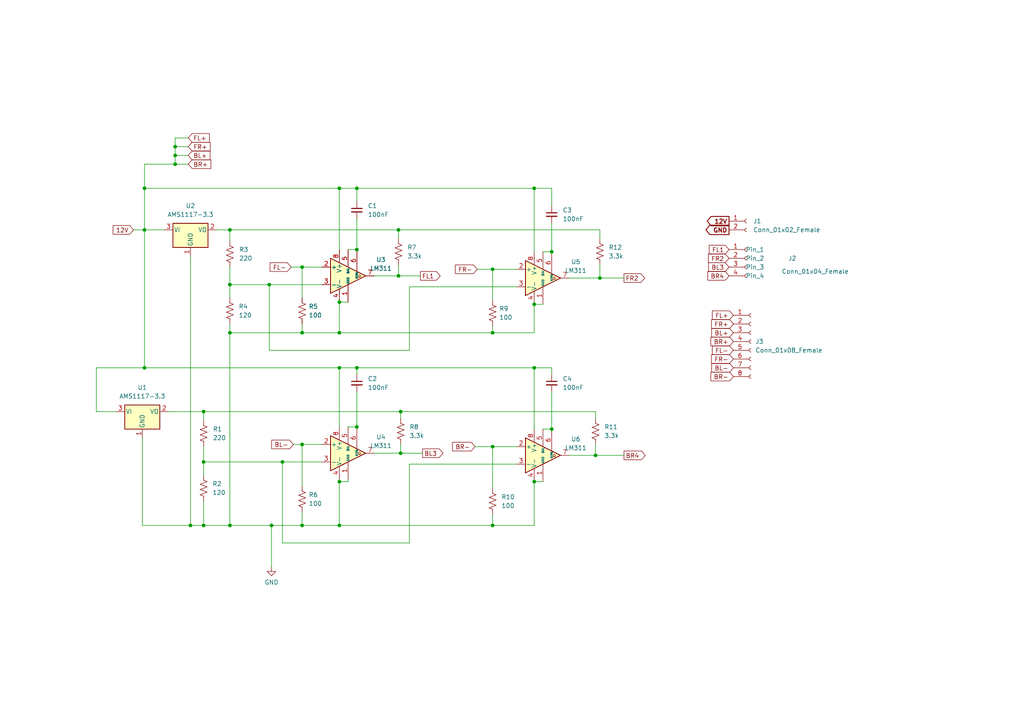
<source format=kicad_sch>
(kicad_sch (version 20211123) (generator eeschema)
  (paper "A4")
  (lib_symbols
    (symbol "Comparator:LM311" (pin_names (offset 0.127))
      (property "Reference" "U" (at 3.81 6.35 0))
      (property "Value" "LM311" (at 3.81 3.81 0))
      (symbol "LM311_0_1"
        (polyline (pts (xy 5.08 0) (xy -5.08 5.08) (xy -5.08 -5.08) (xy 5.08 0)) (stroke (width 0.254)) (fill (type background)))
        (polyline (pts (xy 3.683 -0.381) (xy 3.302 -0.381) (xy 3.683 0) (xy 3.302 0.381) (xy 2.921 0) (xy 3.302 -0.381) (xy 2.921 -0.381)) (stroke (width 0.127)))
      )
      (symbol "LM311_1_1"
        (pin passive line (at 0 -7.62 90) (length 5.08) (name "GND") (number "1"))
        (pin input line (at -7.62 2.54 0) (length 2.54) (name "+") (number "2"))
        (pin input line (at -7.62 -2.54 0) (length 2.54) (name "-") (number "3"))
        (pin power_in line (at -2.54 -7.62 90) (length 3.81) (name "V-") (number "4"))
        (pin input line (at 0 7.62 270) (length 5.08) (name "BAL") (number "5"))
        (pin input line (at 2.54 7.62 270) (length 6.35) (name "STRB") (number "6"))
        (pin open_collector line (at 7.62 0 180) (length 2.54) (name "~") (number "7"))
        (pin power_in line (at -2.54 7.62 270) (length 3.81) (name "V+") (number "8"))
      )
    )
    (symbol "Connector:Conn_01x02_Female" (pin_names (offset 1.016) hide)
      (property "Reference" "J" (at 0 2.54 0))
      (property "Value" "Conn_01x02_Female" (at 0 -5.08 0))
      (symbol "Conn_01x02_Female_1_1"
        (arc (start 0 -2.032) (mid -0.508 -2.54) (end 0 -3.048) (stroke (width 0.1524)))
        (polyline (pts (xy -1.27 -2.54) (xy -0.508 -2.54)) (stroke (width 0.1524)))
        (polyline (pts (xy -1.27 0) (xy -0.508 0)) (stroke (width 0.1524)))
        (arc (start 0 0.508) (mid -0.508 0) (end 0 -0.508) (stroke (width 0.1524)))
        (pin passive line (at -5.08 0 0) (length 3.81) (name "Pin_1") (number "1"))
        (pin passive line (at -5.08 -2.54 0) (length 3.81) (name "Pin_2") (number "2"))
      )
    )
    (symbol "Connector:Conn_01x04_Female" (pin_names (offset 1.016))
      (property "Reference" "J" (at 0 5.08 0))
      (property "Value" "Conn_01x04_Female" (at 0 -7.62 0))
      (symbol "Conn_01x04_Female_1_1"
        (arc (start 0 -4.572) (mid -0.508 -5.08) (end 0 -5.588) (stroke (width 0.1524)))
        (arc (start 0 -2.032) (mid -0.508 -2.54) (end 0 -3.048) (stroke (width 0.1524)))
        (polyline (pts (xy -1.27 -5.08) (xy -0.508 -5.08)) (stroke (width 0.1524)))
        (polyline (pts (xy -1.27 -2.54) (xy -0.508 -2.54)) (stroke (width 0.1524)))
        (polyline (pts (xy -1.27 0) (xy -0.508 0)) (stroke (width 0.1524)))
        (polyline (pts (xy -1.27 2.54) (xy -0.508 2.54)) (stroke (width 0.1524)))
        (arc (start 0 0.508) (mid -0.508 0) (end 0 -0.508) (stroke (width 0.1524)))
        (arc (start 0 3.048) (mid -0.508 2.54) (end 0 2.032) (stroke (width 0.1524)))
        (pin passive line (at -5.08 2.54 0) (length 3.81) (name "Pin_1") (number "1"))
        (pin passive line (at -5.08 0 0) (length 3.81) (name "Pin_2") (number "2"))
        (pin passive line (at -5.08 -2.54 0) (length 3.81) (name "Pin_3") (number "3"))
        (pin passive line (at -5.08 -5.08 0) (length 3.81) (name "Pin_4") (number "4"))
      )
    )
    (symbol "Connector:Conn_01x08_Female" (pin_names (offset 1.016) hide)
      (property "Reference" "J" (at 0 10.16 0))
      (property "Value" "Conn_01x08_Female" (at 0 -12.7 0))
      (symbol "Conn_01x08_Female_1_1"
        (arc (start 0 -9.652) (mid -0.508 -10.16) (end 0 -10.668) (stroke (width 0.1524)))
        (arc (start 0 -7.112) (mid -0.508 -7.62) (end 0 -8.128) (stroke (width 0.1524)))
        (arc (start 0 -4.572) (mid -0.508 -5.08) (end 0 -5.588) (stroke (width 0.1524)))
        (arc (start 0 -2.032) (mid -0.508 -2.54) (end 0 -3.048) (stroke (width 0.1524)))
        (polyline (pts (xy -1.27 -10.16) (xy -0.508 -10.16)) (stroke (width 0.1524)))
        (polyline (pts (xy -1.27 -7.62) (xy -0.508 -7.62)) (stroke (width 0.1524)))
        (polyline (pts (xy -1.27 -5.08) (xy -0.508 -5.08)) (stroke (width 0.1524)))
        (polyline (pts (xy -1.27 -2.54) (xy -0.508 -2.54)) (stroke (width 0.1524)))
        (polyline (pts (xy -1.27 0) (xy -0.508 0)) (stroke (width 0.1524)))
        (polyline (pts (xy -1.27 2.54) (xy -0.508 2.54)) (stroke (width 0.1524)))
        (polyline (pts (xy -1.27 5.08) (xy -0.508 5.08)) (stroke (width 0.1524)))
        (polyline (pts (xy -1.27 7.62) (xy -0.508 7.62)) (stroke (width 0.1524)))
        (arc (start 0 0.508) (mid -0.508 0) (end 0 -0.508) (stroke (width 0.1524)))
        (arc (start 0 3.048) (mid -0.508 2.54) (end 0 2.032) (stroke (width 0.1524)))
        (arc (start 0 5.588) (mid -0.508 5.08) (end 0 4.572) (stroke (width 0.1524)))
        (arc (start 0 8.128) (mid -0.508 7.62) (end 0 7.112) (stroke (width 0.1524)))
        (pin passive line (at -5.08 7.62 0) (length 3.81) (name "Pin_1") (number "1"))
        (pin passive line (at -5.08 5.08 0) (length 3.81) (name "Pin_2") (number "2"))
        (pin passive line (at -5.08 2.54 0) (length 3.81) (name "Pin_3") (number "3"))
        (pin passive line (at -5.08 0 0) (length 3.81) (name "Pin_4") (number "4"))
        (pin passive line (at -5.08 -2.54 0) (length 3.81) (name "Pin_5") (number "5"))
        (pin passive line (at -5.08 -5.08 0) (length 3.81) (name "Pin_6") (number "6"))
        (pin passive line (at -5.08 -7.62 0) (length 3.81) (name "Pin_7") (number "7"))
        (pin passive line (at -5.08 -10.16 0) (length 3.81) (name "Pin_8") (number "8"))
      )
    )
    (symbol "Device:C_Small" (pin_numbers hide) (pin_names (offset 0.254) hide)
      (property "Reference" "C" (at 0.254 1.778 0))
      (property "Value" "C_Small" (at 0.254 -2.032 0))
      (symbol "C_Small_0_1"
        (polyline (pts (xy -1.524 -0.508) (xy 1.524 -0.508)) (stroke (width 0.3302)))
        (polyline (pts (xy -1.524 0.508) (xy 1.524 0.508)) (stroke (width 0.3048)))
      )
      (symbol "C_Small_1_1"
        (pin passive line (at 0 2.54 270) (length 2.032) (name "~") (number "1"))
        (pin passive line (at 0 -2.54 90) (length 2.032) (name "~") (number "2"))
      )
    )
    (symbol "Device:R_US" (pin_numbers hide) (pin_names (offset 0))
      (property "Reference" "R" (at 2.54 0 90))
      (property "Value" "R_US" (at -2.54 0 90))
      (symbol "R_US_0_1"
        (polyline (pts (xy 0 -2.286) (xy 0 -2.54)))
        (polyline (pts (xy 0 2.286) (xy 0 2.54)))
        (polyline (pts (xy 0 -0.762) (xy 1.016 -1.143) (xy 0 -1.524) (xy -1.016 -1.905) (xy 0 -2.286)))
        (polyline (pts (xy 0 0.762) (xy 1.016 0.381) (xy 0 0) (xy -1.016 -0.381) (xy 0 -0.762)))
        (polyline (pts (xy 0 2.286) (xy 1.016 1.905) (xy 0 1.524) (xy -1.016 1.143) (xy 0 0.762)))
      )
      (symbol "R_US_1_1"
        (pin passive line (at 0 3.81 270) (length 1.27) (name "~") (number "1"))
        (pin passive line (at 0 -3.81 90) (length 1.27) (name "~") (number "2"))
      )
    )
    (symbol "Regulator_Linear:AMS1117-3.3" (pin_names (offset 0.254))
      (property "Reference" "U" (at -3.81 3.175 0))
      (property "Value" "AMS1117-3.3" (at 0 3.175 0))
      (symbol "AMS1117-3.3_0_1"
        (rectangle (start -5.08 -5.08) (end 5.08 1.905) (stroke (width 0.254)) (fill (type background)))
      )
      (symbol "AMS1117-3.3_1_1"
        (pin power_in line (at 0 -7.62 90) (length 2.54) (name "GND") (number "1"))
        (pin power_out line (at 7.62 0 180) (length 2.54) (name "VO") (number "2"))
        (pin power_in line (at -7.62 0 0) (length 2.54) (name "VI") (number "3"))
      )
    )
    (symbol "power:GND" (power) (pin_names (offset 0))
      (property "Value" "GND" (at 0 -3.81 0))
      (symbol "GND_0_1"
        (polyline (pts (xy 0 0) (xy 0 -1.27) (xy 1.27 -1.27) (xy 0 -2.54) (xy -1.27 -1.27) (xy 0 -1.27)))
      )
      (symbol "GND_1_1"
        (pin power_in line (at 0 0 270) (length 0) hide (name "GND") (number "1"))
      )
    )
  )
  (junction (at 50.8 42.545))
  (junction (at 173.99 80.645))
  (junction (at 103.505 72.39))
  (junction (at 59.055 133.985))
  (junction (at 41.91 54.61))
  (junction (at 103.505 106.68))
  (junction (at 142.875 78.105))
  (junction (at 66.675 96.52))
  (junction (at 66.675 152.4))
  (junction (at 87.63 152.4))
  (junction (at 142.875 129.54))
  (junction (at 87.63 96.52))
  (junction (at 87.63 77.47))
  (junction (at 41.91 66.675))
  (junction (at 66.675 66.675))
  (junction (at 78.74 152.4))
  (junction (at 154.94 54.61))
  (junction (at 66.675 82.55))
  (junction (at 142.875 152.4))
  (junction (at 142.875 96.52))
  (junction (at 115.57 66.675))
  (junction (at 59.055 119.38))
  (junction (at 98.425 139.7))
  (junction (at 41.91 106.68))
  (junction (at 98.425 152.4))
  (junction (at 59.055 152.4))
  (junction (at 116.205 119.38))
  (junction (at 50.8 45.085))
  (junction (at 81.915 133.985))
  (junction (at 103.505 54.61))
  (junction (at 98.425 54.61))
  (junction (at 160.02 73.025))
  (junction (at 115.57 80.01))
  (junction (at 154.94 106.68))
  (junction (at 98.425 106.68))
  (junction (at 154.94 88.265))
  (junction (at 78.105 82.55))
  (junction (at 103.505 123.825))
  (junction (at 98.425 87.63))
  (junction (at 98.425 96.52))
  (junction (at 154.94 139.7))
  (junction (at 172.72 132.08))
  (junction (at 160.02 124.46))
  (junction (at 87.63 128.905))
  (junction (at 50.8 47.625))
  (junction (at 116.205 131.445))
  (junction (at 55.245 152.4))
  (wire (pts (xy 84.455 77.47) (xy 87.63 77.47)))
  (wire (pts (xy 118.745 101.6) (xy 78.105 101.6)))
  (wire (pts (xy 149.86 134.62) (xy 118.745 134.62)))
  (wire (pts (xy 154.94 73.025) (xy 154.94 54.61)))
  (wire (pts (xy 33.655 119.38) (xy 27.94 119.38)))
  (wire (pts (xy 87.63 96.52) (xy 66.675 96.52)))
  (wire (pts (xy 41.91 54.61) (xy 98.425 54.61)))
  (wire (pts (xy 115.57 76.835) (xy 115.57 80.01)))
  (wire (pts (xy 98.425 106.68) (xy 103.505 106.68)))
  (wire (pts (xy 103.505 63.5) (xy 103.505 72.39)))
  (wire (pts (xy 81.915 133.985) (xy 93.345 133.985)))
  (wire (pts (xy 160.02 113.665) (xy 160.02 124.46)))
  (wire (pts (xy 87.63 77.47) (xy 87.63 86.36)))
  (wire (pts (xy 66.675 93.98) (xy 66.675 96.52)))
  (wire (pts (xy 59.055 129.54) (xy 59.055 133.985)))
  (wire (pts (xy 66.675 152.4) (xy 78.74 152.4)))
  (wire (pts (xy 98.425 106.68) (xy 41.91 106.68)))
  (wire (pts (xy 98.425 123.825) (xy 98.425 106.68)))
  (wire (pts (xy 103.505 108.585) (xy 103.505 106.68)))
  (wire (pts (xy 85.09 128.905) (xy 87.63 128.905)))
  (wire (pts (xy 54.61 40.005) (xy 50.8 40.005)))
  (wire (pts (xy 160.02 64.77) (xy 160.02 73.025)))
  (wire (pts (xy 38.735 66.675) (xy 41.91 66.675)))
  (wire (pts (xy 78.74 164.465) (xy 78.74 152.4)))
  (wire (pts (xy 87.63 152.4) (xy 98.425 152.4)))
  (wire (pts (xy 55.245 74.295) (xy 55.245 152.4)))
  (wire (pts (xy 154.94 152.4) (xy 154.94 139.7)))
  (wire (pts (xy 100.965 139.7) (xy 98.425 139.7)))
  (wire (pts (xy 78.74 152.4) (xy 87.63 152.4)))
  (wire (pts (xy 66.675 152.4) (xy 59.055 152.4)))
  (wire (pts (xy 142.875 96.52) (xy 154.94 96.52)))
  (wire (pts (xy 121.92 80.01) (xy 115.57 80.01)))
  (wire (pts (xy 62.865 66.675) (xy 66.675 66.675)))
  (wire (pts (xy 59.055 152.4) (xy 55.245 152.4)))
  (wire (pts (xy 59.055 119.38) (xy 59.055 121.92)))
  (wire (pts (xy 98.425 87.63) (xy 98.425 96.52)))
  (wire (pts (xy 78.105 82.55) (xy 93.345 82.55)))
  (wire (pts (xy 115.57 66.675) (xy 115.57 69.215)))
  (wire (pts (xy 81.915 133.985) (xy 81.915 157.48)))
  (wire (pts (xy 27.94 119.38) (xy 27.94 106.68)))
  (wire (pts (xy 116.205 131.445) (xy 122.555 131.445)))
  (wire (pts (xy 172.72 132.08) (xy 180.975 132.08)))
  (wire (pts (xy 98.425 96.52) (xy 142.875 96.52)))
  (wire (pts (xy 137.795 129.54) (xy 142.875 129.54)))
  (wire (pts (xy 180.975 80.645) (xy 173.99 80.645)))
  (wire (pts (xy 87.63 128.905) (xy 87.63 140.97)))
  (wire (pts (xy 154.94 106.68) (xy 154.94 124.46)))
  (wire (pts (xy 50.8 45.085) (xy 54.61 45.085)))
  (wire (pts (xy 87.63 93.98) (xy 87.63 96.52)))
  (wire (pts (xy 98.425 139.7) (xy 98.425 139.065)))
  (wire (pts (xy 50.8 45.085) (xy 50.8 47.625)))
  (wire (pts (xy 59.055 133.985) (xy 59.055 137.795)))
  (wire (pts (xy 66.675 77.47) (xy 66.675 82.55)))
  (wire (pts (xy 41.275 152.4) (xy 55.245 152.4)))
  (wire (pts (xy 98.425 72.39) (xy 98.425 54.61)))
  (wire (pts (xy 50.8 42.545) (xy 50.8 45.085)))
  (wire (pts (xy 59.055 119.38) (xy 116.205 119.38)))
  (wire (pts (xy 98.425 139.7) (xy 98.425 152.4)))
  (wire (pts (xy 50.8 47.625) (xy 54.61 47.625)))
  (wire (pts (xy 154.94 88.265) (xy 157.48 88.265)))
  (wire (pts (xy 98.425 87.63) (xy 100.965 87.63)))
  (wire (pts (xy 100.965 139.065) (xy 100.965 139.7)))
  (wire (pts (xy 116.205 119.38) (xy 116.205 121.285)))
  (wire (pts (xy 41.91 106.68) (xy 41.91 66.675)))
  (wire (pts (xy 41.91 54.61) (xy 41.91 66.675)))
  (wire (pts (xy 41.91 66.675) (xy 47.625 66.675)))
  (wire (pts (xy 87.63 96.52) (xy 98.425 96.52)))
  (wire (pts (xy 142.875 149.225) (xy 142.875 152.4)))
  (wire (pts (xy 87.63 148.59) (xy 87.63 152.4)))
  (wire (pts (xy 50.8 40.005) (xy 50.8 42.545)))
  (wire (pts (xy 142.875 129.54) (xy 149.86 129.54)))
  (wire (pts (xy 27.94 106.68) (xy 41.91 106.68)))
  (wire (pts (xy 66.675 66.675) (xy 115.57 66.675)))
  (wire (pts (xy 66.675 66.675) (xy 66.675 69.85)))
  (wire (pts (xy 172.72 121.285) (xy 172.72 119.38)))
  (wire (pts (xy 100.965 123.825) (xy 103.505 123.825)))
  (wire (pts (xy 160.02 106.68) (xy 160.02 108.585)))
  (wire (pts (xy 103.505 113.665) (xy 103.505 123.825)))
  (wire (pts (xy 142.875 129.54) (xy 142.875 141.605)))
  (wire (pts (xy 66.675 82.55) (xy 66.675 86.36)))
  (wire (pts (xy 66.675 96.52) (xy 66.675 152.4)))
  (wire (pts (xy 165.1 80.645) (xy 173.99 80.645)))
  (wire (pts (xy 154.94 54.61) (xy 160.02 54.61)))
  (wire (pts (xy 154.94 106.68) (xy 103.505 106.68)))
  (wire (pts (xy 173.99 76.835) (xy 173.99 80.645)))
  (wire (pts (xy 103.505 54.61) (xy 98.425 54.61)))
  (wire (pts (xy 103.505 58.42) (xy 103.505 54.61)))
  (wire (pts (xy 87.63 128.905) (xy 93.345 128.905)))
  (wire (pts (xy 103.505 54.61) (xy 154.94 54.61)))
  (wire (pts (xy 160.02 106.68) (xy 154.94 106.68)))
  (wire (pts (xy 118.745 83.185) (xy 118.745 101.6)))
  (wire (pts (xy 154.94 96.52) (xy 154.94 88.265)))
  (wire (pts (xy 87.63 77.47) (xy 93.345 77.47)))
  (wire (pts (xy 138.43 78.105) (xy 142.875 78.105)))
  (wire (pts (xy 118.745 157.48) (xy 81.915 157.48)))
  (wire (pts (xy 98.425 152.4) (xy 142.875 152.4)))
  (wire (pts (xy 142.875 152.4) (xy 154.94 152.4)))
  (wire (pts (xy 173.99 66.675) (xy 115.57 66.675)))
  (wire (pts (xy 172.72 119.38) (xy 116.205 119.38)))
  (wire (pts (xy 172.72 132.08) (xy 165.1 132.08)))
  (wire (pts (xy 154.94 139.7) (xy 157.48 139.7)))
  (wire (pts (xy 100.965 72.39) (xy 103.505 72.39)))
  (wire (pts (xy 142.875 78.105) (xy 142.875 86.995)))
  (wire (pts (xy 48.895 119.38) (xy 59.055 119.38)))
  (wire (pts (xy 59.055 145.415) (xy 59.055 152.4)))
  (wire (pts (xy 118.745 83.185) (xy 149.86 83.185)))
  (wire (pts (xy 116.205 128.905) (xy 116.205 131.445)))
  (wire (pts (xy 160.02 54.61) (xy 160.02 59.69)))
  (wire (pts (xy 66.675 82.55) (xy 78.105 82.55)))
  (wire (pts (xy 78.105 101.6) (xy 78.105 82.55)))
  (wire (pts (xy 142.875 78.105) (xy 149.86 78.105)))
  (wire (pts (xy 41.275 127) (xy 41.275 152.4)))
  (wire (pts (xy 59.055 133.985) (xy 81.915 133.985)))
  (wire (pts (xy 50.8 42.545) (xy 54.61 42.545)))
  (wire (pts (xy 118.745 134.62) (xy 118.745 157.48)))
  (wire (pts (xy 108.585 131.445) (xy 116.205 131.445)))
  (wire (pts (xy 173.99 69.215) (xy 173.99 66.675)))
  (wire (pts (xy 160.02 73.025) (xy 157.48 73.025)))
  (wire (pts (xy 157.48 124.46) (xy 160.02 124.46)))
  (wire (pts (xy 41.91 47.625) (xy 41.91 54.61)))
  (wire (pts (xy 172.72 128.905) (xy 172.72 132.08)))
  (wire (pts (xy 142.875 94.615) (xy 142.875 96.52)))
  (wire (pts (xy 50.8 47.625) (xy 41.91 47.625)))
  (wire (pts (xy 108.585 80.01) (xy 115.57 80.01)))
  (global_label "BR-" (shape input) (at 212.725 109.22 180) (property "Intersheet References" "${INTERSHEET_REFS}" (effects hide)))
  (global_label "FL+" (shape input) (at 54.61 40.005 0) (property "Intersheet References" "${INTERSHEET_REFS}" (effects hide)))
  (global_label "FR-" (shape input) (at 212.725 104.14 180) (property "Intersheet References" "${INTERSHEET_REFS}" (effects hide)))
  (global_label "BR-" (shape input) (at 137.795 129.54 180) (property "Intersheet References" "${INTERSHEET_REFS}" (effects hide)))
  (global_label "BL+" (shape input) (at 212.725 96.52 180) (property "Intersheet References" "${INTERSHEET_REFS}" (effects hide)))
  (global_label "BL3" (shape output) (at 122.555 131.445 0) (property "Intersheet References" "${INTERSHEET_REFS}" (effects hide)))
  (global_label "GND" (shape output) (at 211.455 66.675 180) (effects (font (thickness 0.254) bold)) (property "Intersheet References" "${INTERSHEET_REFS}" (effects hide)))
  (global_label "12V" (shape output) (at 211.455 64.135 180) (effects (font (thickness 0.254) bold)) (property "Intersheet References" "${INTERSHEET_REFS}" (effects hide)))
  (global_label "FR+" (shape input) (at 54.61 42.545 0) (property "Intersheet References" "${INTERSHEET_REFS}" (effects hide)))
  (global_label "BL-" (shape input) (at 85.09 128.905 180) (property "Intersheet References" "${INTERSHEET_REFS}" (effects hide)))
  (global_label "12V" (shape input) (at 38.735 66.675 180) (property "Intersheet References" "${INTERSHEET_REFS}" (effects hide)))
  (global_label "FL1" (shape input) (at 211.455 72.39 180) (property "Intersheet References" "${INTERSHEET_REFS}" (effects hide)))
  (global_label "FR2" (shape output) (at 180.975 80.645 0) (property "Intersheet References" "${INTERSHEET_REFS}" (effects hide)))
  (global_label "BL+" (shape input) (at 54.61 45.085 0) (property "Intersheet References" "${INTERSHEET_REFS}" (effects hide)))
  (global_label "BR+" (shape input) (at 212.725 99.06 180) (property "Intersheet References" "${INTERSHEET_REFS}" (effects hide)))
  (global_label "FL+" (shape input) (at 212.725 91.44 180) (property "Intersheet References" "${INTERSHEET_REFS}" (effects hide)))
  (global_label "BL3" (shape input) (at 211.455 77.47 180) (property "Intersheet References" "${INTERSHEET_REFS}" (effects hide)))
  (global_label "FR+" (shape input) (at 212.725 93.98 180) (property "Intersheet References" "${INTERSHEET_REFS}" (effects hide)))
  (global_label "FR2" (shape input) (at 211.455 74.93 180) (property "Intersheet References" "${INTERSHEET_REFS}" (effects hide)))
  (global_label "FL-" (shape input) (at 84.455 77.47 180) (property "Intersheet References" "${INTERSHEET_REFS}" (effects hide)))
  (global_label "FL-" (shape input) (at 212.725 101.6 180) (property "Intersheet References" "${INTERSHEET_REFS}" (effects hide)))
  (global_label "BR+" (shape input) (at 54.61 47.625 0) (property "Intersheet References" "${INTERSHEET_REFS}" (effects hide)))
  (global_label "BR4" (shape output) (at 180.975 132.08 0) (property "Intersheet References" "${INTERSHEET_REFS}" (effects hide)))
  (global_label "FL1" (shape output) (at 121.92 80.01 0) (property "Intersheet References" "${INTERSHEET_REFS}" (effects hide)))
  (global_label "BL-" (shape input) (at 212.725 106.68 180) (property "Intersheet References" "${INTERSHEET_REFS}" (effects hide)))
  (global_label "BR4" (shape input) (at 211.455 80.01 180) (property "Intersheet References" "${INTERSHEET_REFS}" (effects hide)))
  (global_label "FR-" (shape input) (at 138.43 78.105 180) (property "Intersheet References" "${INTERSHEET_REFS}" (effects hide)))
  (symbol (lib_id "power:GND") (at 78.74 164.465 0) (unit 1)
    (property "Reference" "#PWR01" (effects hide))
    (property "Value" "GND" (at 78.74 168.91 0))
  )
  (symbol (lib_id "Connector:Conn_01x08_Female") (at 217.805 99.06 0) (unit 1)
    (property "Reference" "J3" (at 219.075 99.0599 0) (effects (justify left)))
    (property "Value" "Conn_01x08_Female" (at 219.075 101.5999 0) (effects (justify left)))
    (property "Footprint" "Connector_PinHeader_2.54mm:PinHeader_1x08_P2.54mm_Vertical" (effects hide))
  )
  (symbol (lib_id "Device:R_US") (at 87.63 144.78 180) (unit 1)
    (property "Reference" "R6" (at 89.535 143.5099 0) (effects (justify right)))
    (property "Value" "100" (at 89.535 146.05 0) (effects (justify right)))
    (property "Footprint" "Resistor_THT:R_Axial_DIN0207_L6.3mm_D2.5mm_P10.16mm_Horizontal" (effects hide))
  )
  (symbol (lib_id "Device:R_US") (at 172.72 125.095 180) (unit 1)
    (property "Reference" "R11" (at 175.26 123.8249 0) (effects (justify right)))
    (property "Value" "3.3k" (at 175.26 126.3649 0) (effects (justify right)))
    (property "Footprint" "Resistor_THT:R_Axial_DIN0207_L6.3mm_D2.5mm_P10.16mm_Horizontal" (effects hide))
  )
  (symbol (lib_id "Device:C_Small") (at 160.02 62.23 0) (unit 1)
    (property "Reference" "C3" (at 163.195 60.9662 0) (effects (justify left)))
    (property "Value" "100nF" (at 163.195 63.5062 0) (effects (justify left)))
    (property "Footprint" "Capacitor_THT:C_Disc_D5.0mm_W2.5mm_P2.50mm" (effects hide))
  )
  (symbol (lib_id "Comparator:LM311") (at 100.965 131.445 0) (unit 1)
    (property "Reference" "U4" (at 110.49 126.746 0))
    (property "Value" "LM311" (at 110.49 129.286 0))
    (property "Footprint" "footprint:LM311P" (effects hide))
    (property "Datasheet" "https://www.st.com/resource/en/datasheet/lm311.pdf" (effects hide))
  )
  (symbol (lib_id "Device:C_Small") (at 103.505 60.96 0) (unit 1)
    (property "Reference" "C1" (at 106.68 59.6962 0) (effects (justify left)))
    (property "Value" "100nF" (at 106.68 62.2362 0) (effects (justify left)))
    (property "Footprint" "Capacitor_THT:C_Disc_D5.0mm_W2.5mm_P2.50mm" (effects hide))
  )
  (symbol (lib_id "Device:R_US") (at 142.875 90.805 180) (unit 1)
    (property "Reference" "R9" (at 144.78 89.5349 0) (effects (justify right)))
    (property "Value" "100" (at 144.78 92.075 0) (effects (justify right)))
    (property "Footprint" "Resistor_THT:R_Axial_DIN0207_L6.3mm_D2.5mm_P10.16mm_Horizontal" (effects hide))
  )
  (symbol (lib_id "Device:R_US") (at 66.675 90.17 180) (unit 1)
    (property "Reference" "R4" (at 69.215 88.8999 0) (effects (justify right)))
    (property "Value" "120" (at 69.215 91.4399 0) (effects (justify right)))
    (property "Footprint" "Resistor_THT:R_Axial_DIN0207_L6.3mm_D2.5mm_P10.16mm_Horizontal" (effects hide))
  )
  (symbol (lib_id "Comparator:LM311") (at 157.48 80.645 0) (unit 1)
    (property "Reference" "U5" (at 167.005 75.946 0))
    (property "Value" "LM311" (at 167.005 78.486 0))
    (property "Footprint" "footprint:LM311P" (effects hide))
    (property "Datasheet" "https://www.st.com/resource/en/datasheet/lm311.pdf" (effects hide))
  )
  (symbol (lib_id "Device:R_US") (at 87.63 90.17 180) (unit 1)
    (property "Reference" "R5" (at 89.535 88.8999 0) (effects (justify right)))
    (property "Value" "100" (at 89.535 91.44 0) (effects (justify right)))
    (property "Footprint" "Resistor_THT:R_Axial_DIN0207_L6.3mm_D2.5mm_P10.16mm_Horizontal" (effects hide))
  )
  (symbol (lib_id "Regulator_Linear:AMS1117-3.3") (at 41.275 119.38 0) (unit 1)
    (property "Reference" "U1" (at 41.275 112.395 0))
    (property "Value" "AMS1117-3.3" (at 41.275 114.935 0))
    (property "Footprint" "footprint:AMS1117-5.0" (effects hide))
    (property "Datasheet" "http://www.advanced-monolithic.com/pdf/ds1117.pdf" (effects hide))
  )
  (symbol (lib_id "Device:R_US") (at 59.055 141.605 180) (unit 1)
    (property "Reference" "R2" (at 61.595 140.3349 0) (effects (justify right)))
    (property "Value" "120" (at 61.595 142.8749 0) (effects (justify right)))
    (property "Footprint" "Resistor_THT:R_Axial_DIN0207_L6.3mm_D2.5mm_P10.16mm_Horizontal" (effects hide))
  )
  (symbol (lib_id "Comparator:LM311") (at 100.965 80.01 0) (unit 1)
    (property "Reference" "U3" (at 110.49 75.311 0))
    (property "Value" "LM311" (at 110.49 77.851 0))
    (property "Footprint" "footprint:LM311P" (effects hide))
    (property "Datasheet" "https://www.st.com/resource/en/datasheet/lm311.pdf" (effects hide))
  )
  (symbol (lib_id "Device:R_US") (at 115.57 73.025 180) (unit 1)
    (property "Reference" "R7" (at 118.11 71.7549 0) (effects (justify right)))
    (property "Value" "3.3k" (at 118.11 74.2949 0) (effects (justify right)))
    (property "Footprint" "Resistor_THT:R_Axial_DIN0207_L6.3mm_D2.5mm_P10.16mm_Horizontal" (effects hide))
  )
  (symbol (lib_id "Comparator:LM311") (at 157.48 132.08 0) (unit 1)
    (property "Reference" "U6" (at 167.005 127.381 0))
    (property "Value" "LM311" (at 167.005 129.921 0))
    (property "Footprint" "footprint:LM311P" (effects hide))
    (property "Datasheet" "https://www.st.com/resource/en/datasheet/lm311.pdf" (effects hide))
  )
  (symbol (lib_id "Device:C_Small") (at 103.505 111.125 0) (unit 1)
    (property "Reference" "C2" (at 106.68 109.8612 0) (effects (justify left)))
    (property "Value" "100nF" (at 106.68 112.4012 0) (effects (justify left)))
    (property "Footprint" "Capacitor_THT:C_Disc_D5.0mm_W2.5mm_P2.50mm" (effects hide))
  )
  (symbol (lib_id "Connector:Conn_01x02_Female") (at 216.535 64.135 0) (unit 1)
    (property "Reference" "J1" (at 218.44 64.1349 0) (effects (justify left)))
    (property "Value" "Conn_01x02_Female" (at 218.44 66.6749 0) (effects (justify left)))
    (property "Footprint" "Connector_PinHeader_2.54mm:PinHeader_1x02_P2.54mm_Vertical" (effects hide))
  )
  (symbol (lib_id "Device:C_Small") (at 160.02 111.125 0) (unit 1)
    (property "Reference" "C4" (at 163.195 109.8612 0) (effects (justify left)))
    (property "Value" "100nF" (at 163.195 112.4012 0) (effects (justify left)))
    (property "Footprint" "Capacitor_THT:C_Disc_D5.0mm_W2.5mm_P2.50mm" (effects hide))
  )
  (symbol (lib_id "Connector:Conn_01x04_Female") (at 216.535 74.93 0) (unit 1)
    (property "Reference" "J2" (at 228.6 74.93 0) (effects (justify left)))
    (property "Value" "Conn_01x04_Female" (at 226.695 78.74 0) (effects (justify left)))
    (property "Footprint" "Connector_PinHeader_2.54mm:PinHeader_1x04_P2.54mm_Vertical" (effects hide))
  )
  (symbol (lib_id "Device:R_US") (at 173.99 73.025 180) (unit 1)
    (property "Reference" "R12" (at 176.53 71.7549 0) (effects (justify right)))
    (property "Value" "3.3k" (at 176.53 74.2949 0) (effects (justify right)))
    (property "Footprint" "Resistor_THT:R_Axial_DIN0207_L6.3mm_D2.5mm_P10.16mm_Horizontal" (effects hide))
  )
  (symbol (lib_id "Regulator_Linear:AMS1117-3.3") (at 55.245 66.675 0) (unit 1)
    (property "Reference" "U2" (at 55.245 59.69 0))
    (property "Value" "AMS1117-3.3" (at 55.245 62.23 0))
    (property "Footprint" "footprint:AMS1117-5.0" (effects hide))
    (property "Datasheet" "http://www.advanced-monolithic.com/pdf/ds1117.pdf" (effects hide))
  )
  (symbol (lib_id "Device:R_US") (at 116.205 125.095 180) (unit 1)
    (property "Reference" "R8" (at 118.745 123.8249 0) (effects (justify right)))
    (property "Value" "3.3k" (at 118.745 126.3649 0) (effects (justify right)))
    (property "Footprint" "Resistor_THT:R_Axial_DIN0207_L6.3mm_D2.5mm_P10.16mm_Horizontal" (effects hide))
  )
  (symbol (lib_id "Device:R_US") (at 59.055 125.73 0) (unit 1)
    (property "Reference" "R1" (at 61.7283 124.4599 0) (effects (justify left)))
    (property "Value" "220" (at 61.7283 126.9999 0) (effects (justify left)))
    (property "Footprint" "Resistor_THT:R_Axial_DIN0207_L6.3mm_D2.5mm_P10.16mm_Horizontal" (effects hide))
  )
  (symbol (lib_id "Device:R_US") (at 66.675 73.66 0) (unit 1)
    (property "Reference" "R3" (at 69.3483 72.3899 0) (effects (justify left)))
    (property "Value" "220" (at 69.3483 74.9299 0) (effects (justify left)))
    (property "Footprint" "Resistor_THT:R_Axial_DIN0207_L6.3mm_D2.5mm_P10.16mm_Horizontal" (effects hide))
  )
  (symbol (lib_id "Device:R_US") (at 142.875 145.415 180) (unit 1)
    (property "Reference" "R10" (at 145.415 144.1449 0) (effects (justify right)))
    (property "Value" "100" (at 145.415 146.6849 0) (effects (justify right)))
    (property "Footprint" "Resistor_THT:R_Axial_DIN0207_L6.3mm_D2.5mm_P10.16mm_Horizontal" (effects hide))
  )
)
</source>
